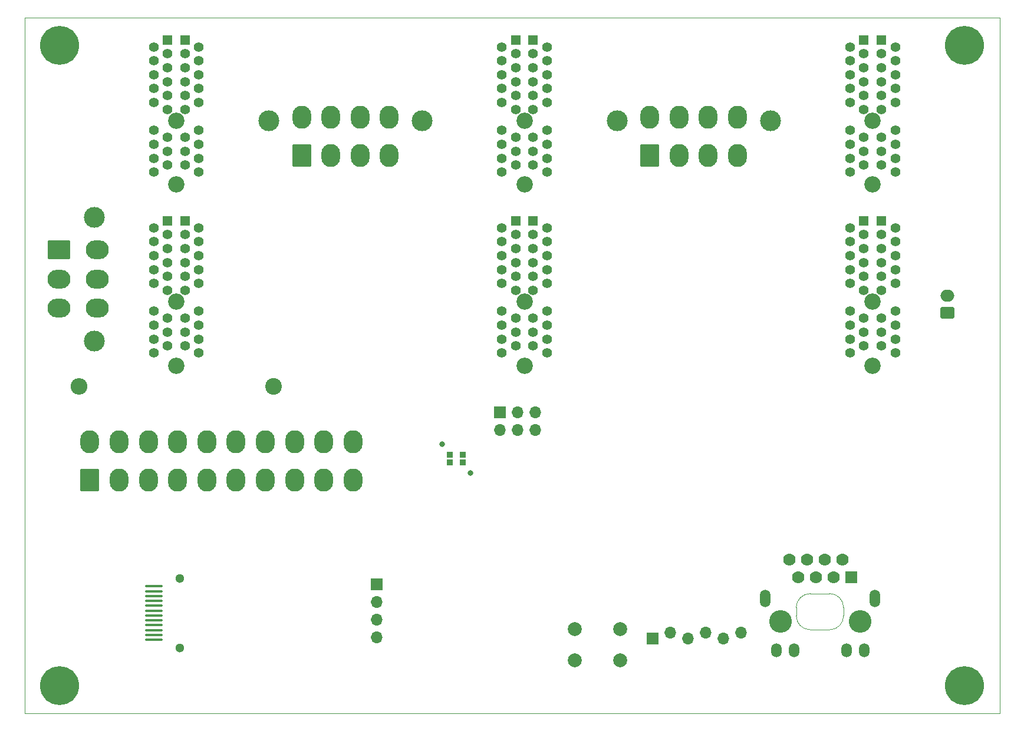
<source format=gbr>
%TF.GenerationSoftware,KiCad,Pcbnew,8.0.1*%
%TF.CreationDate,2024-04-21T01:25:57+02:00*%
%TF.ProjectId,EKO_MyMiner,454b4f5f-4d79-44d6-996e-65722e6b6963,rev?*%
%TF.SameCoordinates,Original*%
%TF.FileFunction,Soldermask,Bot*%
%TF.FilePolarity,Negative*%
%FSLAX46Y46*%
G04 Gerber Fmt 4.6, Leading zero omitted, Abs format (unit mm)*
G04 Created by KiCad (PCBNEW 8.0.1) date 2024-04-21 01:25:57*
%MOMM*%
%LPD*%
G01*
G04 APERTURE LIST*
G04 Aperture macros list*
%AMRoundRect*
0 Rectangle with rounded corners*
0 $1 Rounding radius*
0 $2 $3 $4 $5 $6 $7 $8 $9 X,Y pos of 4 corners*
0 Add a 4 corners polygon primitive as box body*
4,1,4,$2,$3,$4,$5,$6,$7,$8,$9,$2,$3,0*
0 Add four circle primitives for the rounded corners*
1,1,$1+$1,$2,$3*
1,1,$1+$1,$4,$5*
1,1,$1+$1,$6,$7*
1,1,$1+$1,$8,$9*
0 Add four rect primitives between the rounded corners*
20,1,$1+$1,$2,$3,$4,$5,0*
20,1,$1+$1,$4,$5,$6,$7,0*
20,1,$1+$1,$6,$7,$8,$9,0*
20,1,$1+$1,$8,$9,$2,$3,0*%
G04 Aperture macros list end*
%ADD10C,2.350000*%
%ADD11RoundRect,0.102000X-0.604000X0.604000X-0.604000X-0.604000X0.604000X-0.604000X0.604000X0.604000X0*%
%ADD12C,1.412000*%
%ADD13R,1.700000X1.700000*%
%ADD14O,1.700000X1.700000*%
%ADD15C,5.600000*%
%ADD16RoundRect,0.250000X0.750000X-0.600000X0.750000X0.600000X-0.750000X0.600000X-0.750000X-0.600000X0*%
%ADD17O,2.000000X1.700000*%
%ADD18C,2.400000*%
%ADD19O,2.400000X2.400000*%
%ADD20C,2.000000*%
%ADD21C,3.000000*%
%ADD22RoundRect,0.250001X-1.399999X1.099999X-1.399999X-1.099999X1.399999X-1.099999X1.399999X1.099999X0*%
%ADD23O,3.300000X2.700000*%
%ADD24RoundRect,0.087500X1.162500X0.087500X-1.162500X0.087500X-1.162500X-0.087500X1.162500X-0.087500X0*%
%ADD25C,1.300000*%
%ADD26RoundRect,0.250001X-1.099999X-1.399999X1.099999X-1.399999X1.099999X1.399999X-1.099999X1.399999X0*%
%ADD27O,2.700000X3.300000*%
%ADD28C,3.251200*%
%ADD29R,1.778000X1.778000*%
%ADD30C,1.778000*%
%ADD31O,1.500000X2.032000*%
%ADD32O,1.500000X2.540000*%
%ADD33C,0.800000*%
%ADD34RoundRect,0.102000X0.350000X0.350000X-0.350000X0.350000X-0.350000X-0.350000X0.350000X-0.350000X0*%
%TA.AperFunction,Profile*%
%ADD35C,0.100000*%
%TD*%
G04 APERTURE END LIST*
D10*
%TO.C,J3*%
X200000000Y-81000000D03*
X200000000Y-90150000D03*
D11*
X201250000Y-69350000D03*
D12*
X203250000Y-70350000D03*
X201250000Y-71350000D03*
X203250000Y-72350000D03*
X201250000Y-73350000D03*
X203250000Y-74350000D03*
X201250000Y-75350000D03*
X203250000Y-76350000D03*
X201250000Y-77350000D03*
X203250000Y-78350000D03*
X201250000Y-79350000D03*
X203250000Y-82350000D03*
X201250000Y-83350000D03*
X203250000Y-84350000D03*
X201250000Y-85350000D03*
X203250000Y-86350000D03*
X201250000Y-87350000D03*
X203250000Y-88350000D03*
D11*
X198750000Y-69350000D03*
D12*
X196750000Y-70350000D03*
X198750000Y-71350000D03*
X196750000Y-72350000D03*
X198750000Y-73350000D03*
X196750000Y-74350000D03*
X198750000Y-75350000D03*
X196750000Y-76350000D03*
X198750000Y-77350000D03*
X196750000Y-78350000D03*
X198750000Y-79350000D03*
X196750000Y-82350000D03*
X198750000Y-83350000D03*
X196750000Y-84350000D03*
X198750000Y-85350000D03*
X196750000Y-86350000D03*
X198750000Y-87350000D03*
X196750000Y-88350000D03*
%TD*%
D13*
%TO.C,J6*%
X168382000Y-129382000D03*
D14*
X170922000Y-128582000D03*
X173462000Y-129382000D03*
X176002000Y-128582000D03*
X178542000Y-129382000D03*
X181082000Y-128582000D03*
%TD*%
D15*
%TO.C,H3*%
X213232000Y-136132000D03*
%TD*%
%TO.C,H2*%
X213232000Y-44132000D03*
%TD*%
D10*
%TO.C,J16*%
X150000000Y-55000000D03*
X150000000Y-64150000D03*
D11*
X151250000Y-43350000D03*
D12*
X153250000Y-44350000D03*
X151250000Y-45350000D03*
X153250000Y-46350000D03*
X151250000Y-47350000D03*
X153250000Y-48350000D03*
X151250000Y-49350000D03*
X153250000Y-50350000D03*
X151250000Y-51350000D03*
X153250000Y-52350000D03*
X151250000Y-53350000D03*
X153250000Y-56350000D03*
X151250000Y-57350000D03*
X153250000Y-58350000D03*
X151250000Y-59350000D03*
X153250000Y-60350000D03*
X151250000Y-61350000D03*
X153250000Y-62350000D03*
D11*
X148750000Y-43350000D03*
D12*
X146750000Y-44350000D03*
X148750000Y-45350000D03*
X146750000Y-46350000D03*
X148750000Y-47350000D03*
X146750000Y-48350000D03*
X148750000Y-49350000D03*
X146750000Y-50350000D03*
X148750000Y-51350000D03*
X146750000Y-52350000D03*
X148750000Y-53350000D03*
X146750000Y-56350000D03*
X148750000Y-57350000D03*
X146750000Y-58350000D03*
X148750000Y-59350000D03*
X146750000Y-60350000D03*
X148750000Y-61350000D03*
X146750000Y-62350000D03*
%TD*%
D10*
%TO.C,J1*%
X100000000Y-81000000D03*
X100000000Y-90150000D03*
D11*
X101250000Y-69350000D03*
D12*
X103250000Y-70350000D03*
X101250000Y-71350000D03*
X103250000Y-72350000D03*
X101250000Y-73350000D03*
X103250000Y-74350000D03*
X101250000Y-75350000D03*
X103250000Y-76350000D03*
X101250000Y-77350000D03*
X103250000Y-78350000D03*
X101250000Y-79350000D03*
X103250000Y-82350000D03*
X101250000Y-83350000D03*
X103250000Y-84350000D03*
X101250000Y-85350000D03*
X103250000Y-86350000D03*
X101250000Y-87350000D03*
X103250000Y-88350000D03*
D11*
X98750000Y-69350000D03*
D12*
X96750000Y-70350000D03*
X98750000Y-71350000D03*
X96750000Y-72350000D03*
X98750000Y-73350000D03*
X96750000Y-74350000D03*
X98750000Y-75350000D03*
X96750000Y-76350000D03*
X98750000Y-77350000D03*
X96750000Y-78350000D03*
X98750000Y-79350000D03*
X96750000Y-82350000D03*
X98750000Y-83350000D03*
X96750000Y-84350000D03*
X98750000Y-85350000D03*
X96750000Y-86350000D03*
X98750000Y-87350000D03*
X96750000Y-88350000D03*
%TD*%
D10*
%TO.C,J17*%
X200000000Y-55000000D03*
X200000000Y-64150000D03*
D11*
X201250000Y-43350000D03*
D12*
X203250000Y-44350000D03*
X201250000Y-45350000D03*
X203250000Y-46350000D03*
X201250000Y-47350000D03*
X203250000Y-48350000D03*
X201250000Y-49350000D03*
X203250000Y-50350000D03*
X201250000Y-51350000D03*
X203250000Y-52350000D03*
X201250000Y-53350000D03*
X203250000Y-56350000D03*
X201250000Y-57350000D03*
X203250000Y-58350000D03*
X201250000Y-59350000D03*
X203250000Y-60350000D03*
X201250000Y-61350000D03*
X203250000Y-62350000D03*
D11*
X198750000Y-43350000D03*
D12*
X196750000Y-44350000D03*
X198750000Y-45350000D03*
X196750000Y-46350000D03*
X198750000Y-47350000D03*
X196750000Y-48350000D03*
X198750000Y-49350000D03*
X196750000Y-50350000D03*
X198750000Y-51350000D03*
X196750000Y-52350000D03*
X198750000Y-53350000D03*
X196750000Y-56350000D03*
X198750000Y-57350000D03*
X196750000Y-58350000D03*
X198750000Y-59350000D03*
X196750000Y-60350000D03*
X198750000Y-61350000D03*
X196750000Y-62350000D03*
%TD*%
D10*
%TO.C,J15*%
X100000000Y-55000000D03*
X100000000Y-64150000D03*
D11*
X101250000Y-43350000D03*
D12*
X103250000Y-44350000D03*
X101250000Y-45350000D03*
X103250000Y-46350000D03*
X101250000Y-47350000D03*
X103250000Y-48350000D03*
X101250000Y-49350000D03*
X103250000Y-50350000D03*
X101250000Y-51350000D03*
X103250000Y-52350000D03*
X101250000Y-53350000D03*
X103250000Y-56350000D03*
X101250000Y-57350000D03*
X103250000Y-58350000D03*
X101250000Y-59350000D03*
X103250000Y-60350000D03*
X101250000Y-61350000D03*
X103250000Y-62350000D03*
D11*
X98750000Y-43350000D03*
D12*
X96750000Y-44350000D03*
X98750000Y-45350000D03*
X96750000Y-46350000D03*
X98750000Y-47350000D03*
X96750000Y-48350000D03*
X98750000Y-49350000D03*
X96750000Y-50350000D03*
X98750000Y-51350000D03*
X96750000Y-52350000D03*
X98750000Y-53350000D03*
X96750000Y-56350000D03*
X98750000Y-57350000D03*
X96750000Y-58350000D03*
X98750000Y-59350000D03*
X96750000Y-60350000D03*
X98750000Y-61350000D03*
X96750000Y-62350000D03*
%TD*%
D16*
%TO.C,J5*%
X210732000Y-82582000D03*
D17*
X210732000Y-80082000D03*
%TD*%
D18*
%TO.C,R24*%
X114002000Y-93132000D03*
D19*
X86062000Y-93132000D03*
%TD*%
D15*
%TO.C,H1*%
X83232000Y-44132000D03*
%TD*%
%TO.C,H4*%
X83232000Y-136132000D03*
%TD*%
D10*
%TO.C,J2*%
X150000000Y-81000000D03*
X150000000Y-90150000D03*
D11*
X151250000Y-69350000D03*
D12*
X153250000Y-70350000D03*
X151250000Y-71350000D03*
X153250000Y-72350000D03*
X151250000Y-73350000D03*
X153250000Y-74350000D03*
X151250000Y-75350000D03*
X153250000Y-76350000D03*
X151250000Y-77350000D03*
X153250000Y-78350000D03*
X151250000Y-79350000D03*
X153250000Y-82350000D03*
X151250000Y-83350000D03*
X153250000Y-84350000D03*
X151250000Y-85350000D03*
X153250000Y-86350000D03*
X151250000Y-87350000D03*
X153250000Y-88350000D03*
D11*
X148750000Y-69350000D03*
D12*
X146750000Y-70350000D03*
X148750000Y-71350000D03*
X146750000Y-72350000D03*
X148750000Y-73350000D03*
X146750000Y-74350000D03*
X148750000Y-75350000D03*
X146750000Y-76350000D03*
X148750000Y-77350000D03*
X146750000Y-78350000D03*
X148750000Y-79350000D03*
X146750000Y-82350000D03*
X148750000Y-83350000D03*
X146750000Y-84350000D03*
X148750000Y-85350000D03*
X146750000Y-86350000D03*
X148750000Y-87350000D03*
X146750000Y-88350000D03*
%TD*%
D20*
%TO.C,SW1*%
X163726000Y-128012000D03*
X157226000Y-128012000D03*
X163726000Y-132512000D03*
X157226000Y-132512000D03*
%TD*%
D13*
%TO.C,J13*%
X128778000Y-121600000D03*
D14*
X128778000Y-124140000D03*
X128778000Y-126680000D03*
X128778000Y-129220000D03*
%TD*%
D21*
%TO.C,J12*%
X88222000Y-68832000D03*
X88222000Y-86632000D03*
D22*
X83182000Y-73532000D03*
D23*
X83182000Y-77732000D03*
X83182000Y-81932000D03*
X88682000Y-73532000D03*
X88682000Y-77732000D03*
X88682000Y-81932000D03*
%TD*%
D24*
%TO.C,J9*%
X96782000Y-121882000D03*
X96782000Y-122582000D03*
X96782000Y-123282000D03*
X96782000Y-123982000D03*
X96782000Y-124682000D03*
X96782000Y-125382000D03*
X96782000Y-126082000D03*
X96782000Y-126782000D03*
X96782000Y-127482000D03*
X96782000Y-128182000D03*
X96782000Y-128882000D03*
X96782000Y-129582000D03*
D25*
X100482000Y-130782000D03*
X100482000Y-120782000D03*
%TD*%
D21*
%TO.C,J11*%
X113300000Y-54960000D03*
X135300000Y-54960000D03*
D26*
X118000000Y-60000000D03*
D27*
X122200000Y-60000000D03*
X126400000Y-60000000D03*
X130600000Y-60000000D03*
X118000000Y-54500000D03*
X122200000Y-54500000D03*
X126400000Y-54500000D03*
X130600000Y-54500000D03*
%TD*%
D21*
%TO.C,J10*%
X163300000Y-54960000D03*
X185300000Y-54960000D03*
D26*
X168000000Y-60000000D03*
D27*
X172200000Y-60000000D03*
X176400000Y-60000000D03*
X180600000Y-60000000D03*
X168000000Y-54500000D03*
X172200000Y-54500000D03*
X176400000Y-54500000D03*
X180600000Y-54500000D03*
%TD*%
D13*
%TO.C,J8*%
X146507000Y-96857000D03*
D14*
X146507000Y-99397000D03*
X149047000Y-96857000D03*
X149047000Y-99397000D03*
X151587000Y-96857000D03*
X151587000Y-99397000D03*
%TD*%
D28*
%TO.C,J4*%
X186772000Y-126955800D03*
X198202000Y-126955800D03*
D29*
X196932000Y-120605800D03*
D30*
X195662000Y-118065800D03*
X194392000Y-120605800D03*
X193122000Y-118065800D03*
X191852000Y-120605800D03*
X190582000Y-118065800D03*
X189312000Y-120605800D03*
X188042000Y-118065800D03*
D31*
X198834700Y-131070600D03*
X196294700Y-131070600D03*
X188704700Y-131070600D03*
X186164700Y-131070600D03*
D32*
X184613000Y-123605800D03*
X200361000Y-123605800D03*
%TD*%
D26*
%TO.C,J7*%
X87582000Y-106632000D03*
D27*
X91782000Y-106632000D03*
X95982000Y-106632000D03*
X100182000Y-106632000D03*
X104382000Y-106632000D03*
X108582000Y-106632000D03*
X112782000Y-106632000D03*
X116982000Y-106632000D03*
X121182000Y-106632000D03*
X125382000Y-106632000D03*
X87582000Y-101132000D03*
X91782000Y-101132000D03*
X95982000Y-101132000D03*
X100182000Y-101132000D03*
X104382000Y-101132000D03*
X108582000Y-101132000D03*
X112782000Y-101132000D03*
X116982000Y-101132000D03*
X121182000Y-101132000D03*
X125382000Y-101132000D03*
%TD*%
D33*
%TO.C,D1*%
X142282000Y-105582000D03*
X138182000Y-101482000D03*
D34*
X139317000Y-104082000D03*
X139317000Y-102982000D03*
X141147000Y-102982000D03*
X141147000Y-104082000D03*
%TD*%
D35*
X195832000Y-124932000D02*
X195832000Y-126132000D01*
X195832000Y-126132000D02*
G75*
G02*
X193832000Y-128132000I-2000000J0D01*
G01*
X191032000Y-128132000D02*
G75*
G02*
X189032000Y-126132000I0J2000000D01*
G01*
X189032000Y-124932000D02*
G75*
G02*
X191032000Y-122932000I2000000J0D01*
G01*
X193832000Y-122932000D02*
G75*
G02*
X195832000Y-124932000I0J-2000000D01*
G01*
X193832000Y-128132000D02*
X191032000Y-128132000D01*
X191032000Y-122932000D02*
X193832000Y-122932000D01*
X189032000Y-126132000D02*
X189032000Y-124932000D01*
X78232000Y-40132000D02*
X218232000Y-40132000D01*
X218232000Y-140132000D01*
X78232000Y-140132000D01*
X78232000Y-40132000D01*
M02*

</source>
